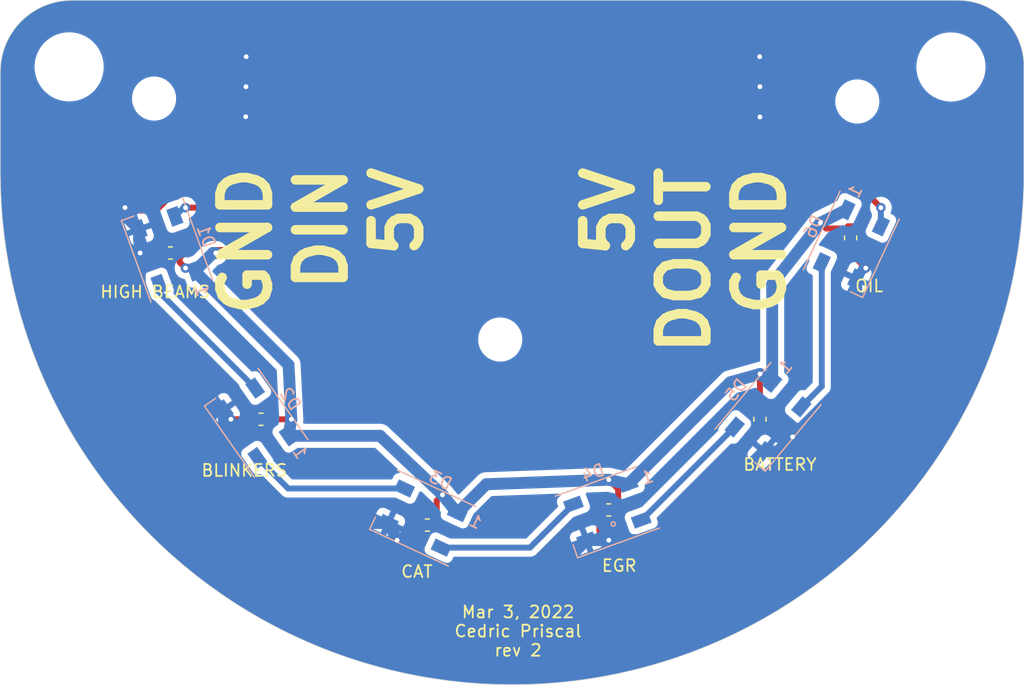
<source format=kicad_pcb>
(kicad_pcb (version 20221018) (generator pcbnew)
  (layers (0 "F.Cu" signal) (31 "B.Cu" signal) (34 "B.Paste" user) (35 "F.Paste" user) (36 "B.SilkS" user "B.Silkscreen") (37 "F.SilkS" user "F.Silkscreen") (38 "B.Mask" user) (39 "F.Mask" user) (44 "Edge.Cuts" user))
  (net 0 "")
  (net 1 "GND")
  (net 2 "Net-(D1-Pad2)")
  (net 3 "Net-(D1-Pad4)")
  (net 4 "Net-(D2-Pad2)")
  (net 5 "Net-(D3-Pad2)")
  (net 6 "Net-(D4-Pad2)")
  (net 7 "Net-(D5-Pad2)")
  (net 8 "Net-(D6-Pad2)")
  (net 9 "+5V")
  (footprint "MountingHole:MountingHole_5.3mm_M5" (layer "F.Cu") (at 118.184933 75.190686 2.7)
    (fp_text reference "H1" hide)
    (fp_text value "MountingHole")
    (pad "" np_thru_hole circle (at 0 0 2.7) (size 5.3 5.3) (drill 5.3) (layers "*.Cu" "*.Mask"))
  )
  (footprint "MountingHole:MountingHole_5.3mm_M5" (layer "F.Cu") (at 192.267656 75.200924 2.7)
    (fp_text reference "H3" hide)
    (fp_text value "MountingHole")
    (pad "" np_thru_hole circle (at 0 0 2.7) (size 5.3 5.3) (drill 5.3) (layers "*.Cu" "*.Mask"))
  )
  (footprint "MountingHole:MountingHole_3.2mm_M3" (layer "F.Cu") (at 125.318481 77.857611 2.7)
    (fp_text reference "H4" hide)
    (fp_text value "MountingHole")
    (pad "" np_thru_hole circle (at 0 0 2.7) (size 3.2 3.2) (drill 3.2) (layers "*.Cu" "*.Mask"))
  )
  (footprint "MountingHole:MountingHole_3.2mm_M3" (layer "F.Cu") (at 184.4 78.1 2.7)
    (fp_text reference "H5" hide)
    (fp_text value "MountingHole")
    (pad "" np_thru_hole circle (at 0 0 2.7) (size 3.2 3.2) (drill 3.2) (layers "*.Cu" "*.Mask"))
  )
  (footprint "Connector_Wire:SolderWirePad_1x01_SMD_5x10mm" (layer "F.Cu") (at 145.74 76.86)
    (fp_text reference "J1" hide)
    (fp_text value "Conn_01x01")
    (pad "1" smd rect (at 0 0) (size 5 10) (layers "F.Cu" "F.Paste" "F.Mask") (net 9 "+5V"))
  )
  (footprint "MountingHole:MountingHole_3.2mm_M3" (layer "F.Cu") (at 154.4 98.1 2.7)
    (fp_text reference "H2" hide)
    (fp_text value "MountingHole")
    (pad "" np_thru_hole circle (at 0 0 2.7) (size 3.2 3.2) (drill 3.2) (layers "*.Cu" "*.Mask"))
  )
  (footprint "Connector_Wire:SolderWirePad_1x01_SMD_5x10mm" (layer "F.Cu") (at 163.52 76.86)
    (fp_text reference "J2" hide)
    (fp_text value "Conn_01x01")
    (pad "1" smd rect (at 0 0) (size 5 10) (layers "F.Cu" "F.Paste" "F.Mask") (net 9 "+5V"))
  )
  (footprint "Connector_Wire:SolderWirePad_1x01_SMD_5x10mm" (layer "F.Cu") (at 139.39 76.86)
    (fp_text reference "J3" hide)
    (fp_text value "Conn_01x01")
    (pad "1" smd rect (at 0 0) (size 5 10) (layers "F.Cu" "F.Paste" "F.Mask") (net 3 "Net-(D1-Pad4)"))
  )
  (footprint "Connector_Wire:SolderWirePad_1x01_SMD_5x10mm" (layer "F.Cu") (at 169.87 76.86)
    (fp_text reference "J4" hide)
    (fp_text value "Conn_01x01")
    (pad "1" smd rect (at 0 0) (size 5 10) (layers "F.Cu" "F.Paste" "F.Mask") (net 8 "Net-(D6-Pad2)"))
  )
  (footprint "Connector_Wire:SolderWirePad_1x01_SMD_5x10mm" (layer "F.Cu") (at 133.04 76.86)
    (fp_text reference "J5" hide)
    (fp_text value "Conn_01x01")
    (pad "1" smd rect (at 0 0) (size 5 10) (layers "F.Cu" "F.Paste" "F.Mask") (net 1 "GND"))
  )
  (footprint "Connector_Wire:SolderWirePad_1x01_SMD_5x10mm" (layer "F.Cu") (at 176.22 76.86)
    (fp_text reference "J6" hide)
    (fp_text value "Conn_01x01")
    (pad "1" smd rect (at 0 0) (size 5 10) (layers "F.Cu" "F.Paste" "F.Mask") (net 1 "GND"))
  )
  (footprint "Capacitor_SMD:C_0603_1608Metric" (layer "F.Cu") (at 126.69 90.83 180)
    (fp_text reference "C1" hide)
    (fp_text value "C")
    (fp_line (start -0.162779 -0.51) (end 0.162779 -0.51) (stroke (width 0.12)) (layer "F.SilkS"))
    (fp_line (start -0.162779 0.51) (end 0.162779 0.51) (stroke (width 0.12)) (layer "F.SilkS"))
    (pad "1" smd roundrect (at -0.7875 0 180) (size 0.875 0.95) (layers "F.Cu" "F.Paste" "F.Mask") (net 9 "+5V"))
    (pad "2" smd roundrect (at 0.7875 0 180) (size 0.875 0.95) (layers "F.Cu" "F.Paste" "F.Mask") (net 1 "GND"))
  )
  (footprint "Capacitor_SMD:C_0603_1608Metric" (layer "F.Cu") (at 134.31 104.8 180)
    (fp_text reference "C2" hide)
    (fp_text value "C")
    (fp_line (start -0.162779 -0.51) (end 0.162779 -0.51) (stroke (width 0.12)) (layer "F.SilkS"))
    (fp_line (start -0.162779 0.51) (end 0.162779 0.51) (stroke (width 0.12)) (layer "F.SilkS"))
    (pad "1" smd roundrect (at -0.7875 0 180) (size 0.875 0.95) (layers "F.Cu" "F.Paste" "F.Mask") (net 9 "+5V"))
    (pad "2" smd roundrect (at 0.7875 0 180) (size 0.875 0.95) (layers "F.Cu" "F.Paste" "F.Mask") (net 1 "GND"))
  )
  (footprint "Capacitor_SMD:C_0603_1608Metric" (layer "F.Cu") (at 148.28 113.69 180)
    (fp_text reference "C3" hide)
    (fp_text value "C")
    (fp_line (start -0.162779 -0.51) (end 0.162779 -0.51) (stroke (width 0.12)) (layer "F.SilkS"))
    (fp_line (start -0.162779 0.51) (end 0.162779 0.51) (stroke (width 0.12)) (layer "F.SilkS"))
    (pad "1" smd roundrect (at -0.7875 0 180) (size 0.875 0.95) (layers "F.Cu" "F.Paste" "F.Mask") (net 9 "+5V"))
    (pad "2" smd roundrect (at 0.7875 0 180) (size 0.875 0.95) (layers "F.Cu" "F.Paste" "F.Mask") (net 1 "GND"))
  )
  (footprint "Capacitor_SMD:C_0603_1608Metric" (layer "F.Cu") (at 163.52 112.42 180)
    (fp_text reference "C4" hide)
    (fp_text value "C")
    (fp_line (start -0.162779 -0.51) (end 0.162779 -0.51) (stroke (width 0.12)) (layer "F.SilkS"))
    (fp_line (start -0.162779 0.51) (end 0.162779 0.51) (stroke (width 0.12)) (layer "F.SilkS"))
    (pad "1" smd roundrect (at -0.7875 0 180) (size 0.875 0.95) (layers "F.Cu" "F.Paste" "F.Mask") (net 9 "+5V"))
    (pad "2" smd roundrect (at 0.7875 0 180) (size 0.875 0.95) (layers "F.Cu" "F.Paste" "F.Mask") (net 1 "GND"))
  )
  (footprint "Capacitor_SMD:C_0603_1608Metric" (layer "F.Cu") (at 176.22 104.8 -90)
    (fp_text reference "C5" hide)
    (fp_text value "C")
    (fp_line (start -0.162779 -0.51) (end 0.162779 -0.51) (stroke (width 0.12)) (layer "F.SilkS"))
    (fp_line (start -0.162779 0.51) (end 0.162779 0.51) (stroke (width 0.12)) (layer "F.SilkS"))
    (pad "1" smd roundrect (at -0.7875 0 270) (size 0.875 0.95) (layers "F.Cu" "F.Paste" "F.Mask") (net 9 "+5V"))
    (pad "2" smd roundrect (at 0.7875 0 270) (size 0.875 0.95) (layers "F.Cu" "F.Paste" "F.Mask") (net 1 "GND"))
  )
  (footprint "Capacitor_SMD:C_0603_1608Metric" (layer "F.Cu") (at 183.84 89.56 -90)
    (fp_text reference "C6" hide)
    (fp_text value "C")
    (fp_line (start -0.162779 -0.51) (end 0.162779 -0.51) (stroke (width 0.12)) (layer "F.SilkS"))
    (fp_line (start -0.162779 0.51) (end 0.162779 0.51) (stroke (width 0.12)) (layer "F.SilkS"))
    (pad "1" smd roundrect (at -0.7875 0 270) (size 0.875 0.95) (layers "F.Cu" "F.Paste" "F.Mask") (net 9 "+5V"))
    (pad "2" smd roundrect (at 0.7875 0 270) (size 0.875 0.95) (layers "F.Cu" "F.Paste" "F.Mask") (net 1 "GND"))
  )
  (footprint "LED_SMD:LED_WS2812B_PLCC4_5.0x5.0mm_P3.2mm" (layer "B.Cu") (at 133.9 105.1 125)
    (fp_text reference "D2" (at 0 3.5 125) (layer "B.SilkS") (effects (justify mirror)))
    (fp_text value "WS2812B")
    (fp_text user "1" (at -4.15 1.6 125) (layer "B.SilkS") (effects (justify mirror)))
    (fp_line (start -3.65 -2.75) (end 3.65 -2.75) (stroke (width 0.12)) (layer "B.SilkS"))
    (fp_line (start -3.65 2.75) (end 3.65 2.75) (stroke (width 0.12)) (layer "B.SilkS"))
    (fp_line (start 3.65 -2.75) (end 3.65 -1.6) (stroke (width 0.12)) (layer "B.SilkS"))
    (pad "1" smd rect (at -2.45 1.6 125) (size 1.5 1) (layers "B.Cu" "B.Paste" "B.Mask") (net 9 "+5V"))
    (pad "2" smd rect (at -2.45 -1.6 125) (size 1.5 1) (layers "B.Cu" "B.Paste" "B.Mask") (net 4 "Net-(D2-Pad2)"))
    (pad "3" smd rect (at 2.45 -1.6 125) (size 1.5 1) (layers "B.Cu" "B.Paste" "B.Mask") (net 1 "GND"))
    (pad "4" smd rect (at 2.45 1.6 125) (size 1.5 1) (layers "B.Cu" "B.Paste" "B.Mask") (net 2 "Net-(D1-Pad2)"))
  )
  (footprint "LED_SMD:LED_WS2812B_PLCC4_5.0x5.0mm_P3.2mm" (layer "B.Cu") (at 147.9 113.1 155)
    (fp_text reference "D3" (at 0 3.5 155) (layer "B.SilkS") (effects (justify mirror)))
    (fp_text value "WS2812B")
    (fp_text user "1" (at -4.15 1.6 155) (layer "B.SilkS") (effects (justify mirror)))
    (fp_line (start -3.65 -2.75) (end 3.65 -2.75) (stroke (width 0.12)) (layer "B.SilkS"))
    (fp_line (start -3.65 2.75) (end 3.65 2.75) (stroke (width 0.12)) (layer "B.SilkS"))
    (fp_line (start 3.65 -2.75) (end 3.65 -1.6) (stroke (width 0.12)) (layer "B.SilkS"))
    (pad "1" smd rect (at -2.45 1.6 155) (size 1.5 1) (layers "B.Cu" "B.Paste" "B.Mask") (net 9 "+5V"))
    (pad "2" smd rect (at -2.45 -1.6 155) (size 1.5 1) (layers "B.Cu" "B.Paste" "B.Mask") (net 5 "Net-(D3-Pad2)"))
    (pad "3" smd rect (at 2.45 -1.6 155) (size 1.5 1) (layers "B.Cu" "B.Paste" "B.Mask") (net 1 "GND"))
    (pad "4" smd rect (at 2.45 1.6 155) (size 1.5 1) (layers "B.Cu" "B.Paste" "B.Mask") (net 4 "Net-(D2-Pad2)"))
  )
  (footprint "LED_SMD:LED_WS2812B_PLCC4_5.0x5.0mm_P3.2mm" (layer "B.Cu") (at 163.4 112.6 -160)
    (fp_text reference "D4" (at 0 3.5 20) (layer "B.SilkS") (effects (justify mirror)))
    (fp_text value "WS2812B")
    (fp_text user "1" (at -4.15 1.6 20) (layer "B.SilkS") (effects (justify mirror)))
    (fp_line (start -3.65 -2.75) (end 3.65 -2.75) (stroke (width 0.12)) (layer "B.SilkS"))
    (fp_line (start -3.65 2.75) (end 3.65 2.75) (stroke (width 0.12)) (layer "B.SilkS"))
    (fp_line (start 3.65 -2.75) (end 3.65 -1.6) (stroke (width 0.12)) (layer "B.SilkS"))
    (pad "1" smd rect (at -2.45 1.6 200) (size 1.5 1) (layers "B.Cu" "B.Paste" "B.Mask") (net 9 "+5V"))
    (pad "2" smd rect (at -2.45 -1.6 200) (size 1.5 1) (layers "B.Cu" "B.Paste" "B.Mask") (net 6 "Net-(D4-Pad2)"))
    (pad "3" smd rect (at 2.45 -1.6 200) (size 1.5 1) (layers "B.Cu" "B.Paste" "B.Mask") (net 1 "GND"))
    (pad "4" smd rect (at 2.45 1.6 200) (size 1.5 1) (layers "B.Cu" "B.Paste" "B.Mask") (net 5 "Net-(D3-Pad2)"))
  )
  (footprint "LED_SMD:LED_WS2812B_PLCC4_5.0x5.0mm_P3.2mm" (layer "B.Cu") (at 176.9 104.6 -130)
    (fp_text reference "D5" (at 0 3.5 50) (layer "B.SilkS") (effects (justify mirror)))
    (fp_text value "WS2812B")
    (fp_text user "1" (at -4.15 1.6 50) (layer "B.SilkS") (effects (justify mirror)))
    (fp_line (start -3.65 -2.75) (end 3.65 -2.75) (stroke (width 0.12)) (layer "B.SilkS"))
    (fp_line (start -3.65 2.75) (end 3.65 2.75) (stroke (width 0.12)) (layer "B.SilkS"))
    (fp_line (start 3.65 -2.75) (end 3.65 -1.6) (stroke (width 0.12)) (layer "B.SilkS"))
    (pad "1" smd rect (at -2.45 1.6 230) (size 1.5 1) (layers "B.Cu" "B.Paste" "B.Mask") (net 9 "+5V"))
    (pad "2" smd rect (at -2.45 -1.6 230) (size 1.5 1) (layers "B.Cu" "B.Paste" "B.Mask") (net 7 "Net-(D5-Pad2)"))
    (pad "3" smd rect (at 2.45 -1.6 230) (size 1.5 1) (layers "B.Cu" "B.Paste" "B.Mask") (net 1 "GND"))
    (pad "4" smd rect (at 2.45 1.6 230) (size 1.5 1) (layers "B.Cu" "B.Paste" "B.Mask") (net 6 "Net-(D4-Pad2)"))
  )
  (footprint "LED_SMD:LED_WS2812B_PLCC4_5.0x5.0mm_P3.2mm" (layer "B.Cu") (at 183.9 90.1 -115)
    (fp_text reference "D6" (at 0 3.5 65) (layer "B.SilkS") (effects (justify mirror)))
    (fp_text value "WS2812B")
    (fp_text user "1" (at -4.15 1.6 65) (layer "B.SilkS") (effects (justify mirror)))
    (fp_line (start -3.65 -2.75) (end 3.65 -2.75) (stroke (width 0.12)) (layer "B.SilkS"))
    (fp_line (start -3.65 2.75) (end 3.65 2.75) (stroke (width 0.12)) (layer "B.SilkS"))
    (fp_line (start 3.65 -2.75) (end 3.65 -1.6) (stroke (width 0.12)) (layer "B.SilkS"))
    (pad "1" smd rect (at -2.45 1.6 245) (size 1.5 1) (layers "B.Cu" "B.Paste" "B.Mask") (net 9 "+5V"))
    (pad "2" smd rect (at -2.45 -1.6 245) (size 1.5 1) (layers "B.Cu" "B.Paste" "B.Mask") (net 8 "Net-(D6-Pad2)"))
    (pad "3" smd rect (at 2.45 -1.6 245) (size 1.5 1) (layers "B.Cu" "B.Paste" "B.Mask") (net 1 "GND"))
    (pad "4" smd rect (at 2.45 1.6 245) (size 1.5 1) (layers "B.Cu" "B.Paste" "B.Mask") (net 7 "Net-(D5-Pad2)"))
  )
  (footprint "LED_SMD:LED_WS2812B_PLCC4_5.0x5.0mm_P3.2mm" (layer "B.Cu") (at 126.4 90.6 110)
    (fp_text reference "D1" (at 0 3.5 110) (layer "B.SilkS") (effects (justify mirror)))
    (fp_text value "WS2812B")
    (fp_text user "1" (at -4.15 1.6 110) (layer "B.SilkS") (effects (justify mirror)))
    (fp_line (start -3.65 -2.75) (end 3.65 -2.75) (stroke (width 0.12)) (layer "B.SilkS"))
    (fp_line (start -3.65 2.75) (end 3.65 2.75) (stroke (width 0.12)) (layer "B.SilkS"))
    (fp_line (start 3.65 -2.75) (end 3.65 -1.6) (stroke (width 0.12)) (layer "B.SilkS"))
    (pad "1" smd rect (at -2.45 1.6 110) (size 1.5 1) (layers "B.Cu" "B.Paste" "B.Mask") (net 9 "+5V"))
    (pad "2" smd rect (at -2.45 -1.6 110) (size 1.5 1) (layers "B.Cu" "B.Paste" "B.Mask") (net 2 "Net-(D1-Pad2)"))
    (pad "3" smd rect (at 2.45 -1.6 110) (size 1.5 1) (layers "B.Cu" "B.Paste" "B.Mask") (net 1 "GND"))
    (pad "4" smd rect (at 2.45 1.6 110) (size 1.5 1) (layers "B.Cu" "B.Paste" "B.Mask") (net 3 "Net-(D1-Pad4)"))
  )
  (gr_circle (center 163.9 113.6) (end 163.762527 113.708781) (stroke (width 0.12)) (fill none) (layer "B.SilkS"))
  (gr_arc (start 192.899999 69.599997) (mid 196.789089 71.21091) (end 198.400003 75.1) (stroke (width 0.05)) (layer "Edge.Cuts"))
  (gr_line (start 112.4 84.1) (end 112.4 75.6) (stroke (width 0.05)) (layer "Edge.Cuts"))
  (gr_line (start 198.4 84.1) (end 198.400003 75.1) (stroke (width 0.05)) (layer "Edge.Cuts"))
  (gr_arc (start 198.4 84.1) (mid 155.4 127.1) (end 112.4 84.1) (stroke (width 0.05)) (layer "Edge.Cuts"))
  (gr_arc (start 112.4 75.6) (mid 114.157359 71.357359) (end 118.4 69.6) (stroke (width 0.05)) (layer "Edge.Cuts"))
  (gr_line (start 118.4 69.6) (end 192.9 69.6) (stroke (width 0.05)) (layer "Edge.Cuts"))
  (gr_text "5V" (at 145.74 83.21 90) (layer "F.SilkS") (effects (font (size 4 4) (thickness 0.8)) (justify right)))
  (gr_text "5V" (at 163.52 83.21 90) (layer "F.SilkS") (effects (font (size 4 4) (thickness 0.8)) (justify right)))
  (gr_text "DOUT" (at 169.87 83.21 90) (layer "F.SilkS") (effects (font (size 4 4) (thickness 0.8)) (justify right)))
  (gr_text "GND" (at 176.22 83.21 90) (layer "F.SilkS") (effects (font (size 4 4) (thickness 0.8)) (justify right)))
  (gr_text "DIN" (at 139.39 83.21 90) (layer "F.SilkS") (effects (font (size 4 4) (thickness 0.8)) (justify right)))
  (gr_text "EGR" (at 164.4 117.1) (layer "F.SilkS") (effects (font (size 1 1))))
  (gr_text "CAT" (at 147.4 117.6) (layer "F.SilkS") (effects (font (size 1 1))))
  (gr_text "BATTERY" (at 177.9 108.6) (layer "F.SilkS") (effects (font (size 1 1))))
  (gr_text "Mar 3, 2022\nCedric Priscal\nrev 2" (at 155.9 122.6) (layer "F.SilkS") (effects (font (size 1 1))))
  (gr_text "HIGH BEAMS" (at 125.4 94.1) (layer "F.SilkS") (effects (font (size 1 1))))
  (gr_text "BLINKERS" (at 132.9 109.1) (layer "F.SilkS") (effects (font (size 1 1))))
  (gr_text "GND" (at 133.04 83.21 90) (layer "F.SilkS") (effects (font (size 4 4) (thickness 0.8)) (justify right)))
  (gr_text "OIL" (at 185.4 93.6) (layer "F.SilkS") (effects (font (size 1 1))))
  (segment (start 176.2 74.34) (end 176.22 74.36) (width 1) (layer "F.Cu") (net 1))
  (segment (start 176.22 76.86) (end 176.22 76.86) (width 1) (layer "F.Cu") (net 1))
  (segment (start 133.06 74.34) (end 136.54 70.86) (width 1) (layer "F.Cu") (net 1))
  (segment (start 133.04 76.86) (end 133.04 74.36) (width 1) (layer "F.Cu") (net 1))
  (segment (start 133.02 79.38) (end 125.38 87.02) (width 1) (layer "F.Cu") (net 1))
  (segment (start 176.22 74.36) (end 176.22 76.86) (width 1) (layer "F.Cu") (net 1))
  (segment (start 176.22 105.5875) (end 178.2775 105.5875) (width 0.5) (layer "F.Cu") (net 1))
  (segment (start 162.7325 114.1725) (end 163.52 114.96) (width 0.5) (layer "F.Cu") (net 1))
  (segment (start 183.84 90.3475) (end 183.84 90.83) (width 0.5) (layer "F.Cu") (net 1))
  (segment (start 147.4925 113.69) (end 147.01 113.69) (width 0.5) (layer "F.Cu") (net 1))
  (segment (start 133.04 74.36) (end 133.06 74.34) (width 1) (layer "F.Cu") (net 1))
  (segment (start 183.84 90.83) (end 185.11 92.1) (width 0.5) (layer "F.Cu") (net 1))
  (segment (start 178.2775 105.5875) (end 178.964488 106.274488) (width 0.5) (layer "F.Cu") (net 1))
  (segment (start 125.9025 90.83) (end 124.15 90.83) (width 0.5) (layer "F.Cu") (net 1))
  (segment (start 136.54 70.86) (end 172.72 70.86) (width 1) (layer "F.Cu") (net 1))
  (segment (start 125.38 87.02) (end 122.88 87.02) (width 1) (layer "F.Cu") (net 1))
  (segment (start 133.04 76.86) (end 133.04 79.36) (width 1) (layer "F.Cu") (net 1))
  (segment (start 147.01 113.69) (end 145.74 114.96) (width 0.5) (layer "F.Cu") (net 1))
  (segment (start 133.5225 104.8) (end 131.77 104.8) (width 0.5) (layer "F.Cu") (net 1))
  (segment (start 133.04 79.36) (end 133.02 79.38) (width 1) (layer "F.Cu") (net 1))
  (segment (start 172.72 70.86) (end 176.2 74.34) (width 1) (layer "F.Cu") (net 1))
  (segment (start 162.7325 112.42) (end 162.7325 114.1725) (width 0.5) (layer "F.Cu") (net 1))
  (segment (start 133.04 76.86) (end 133.04 76.86) (width 1) (layer "F.Cu") (net 1))
  (via (at 176.22 76.86) (size 0.8) (drill 0.4) (layers "F.Cu" "B.Cu") (net 1))
  (via (at 122.88 87.02) (size 0.8) (drill 0.4) (layers "F.Cu" "B.Cu") (net 1))
  (via (at 133.04 76.86) (size 0.8) (drill 0.4) (layers "F.Cu" "B.Cu") (net 1))
  (via (at 185.11 92.1) (size 0.8) (drill 0.4) (layers "F.Cu" "B.Cu") (net 1))
  (via (at 133.02 79.38) (size 0.8) (drill 0.4) (layers "F.Cu" "B.Cu") (net 1))
  (via (at 176.2 74.34) (size 0.8) (drill 0.4) (layers "F.Cu" "B.Cu") (net 1))
  (via (at 145.74 114.96) (size 0.8) (drill 0.4) (layers "F.Cu" "B.Cu") (net 1))
  (via (at 131.77 104.8) (size 0.8) (drill 0.4) (layers "F.Cu" "B.Cu") (net 1))
  (via (at 176.22 79.4) (size 0.8) (drill 0.4) (layers "F.Cu" "B.Cu") (net 1))
  (via (at 133.06 74.34) (size 0.8) (drill 0.4) (layers "F.Cu" "B.Cu") (net 1))
  (via (at 124.15 90.83) (size 0.8) (drill 0.4) (layers "F.Cu" "B.Cu") (net 1))
  (via (at 163.52 114.96) (size 0.8) (drill 0.4) (layers "F.Cu" "B.Cu") (net 1))
  (via (at 178.964488 106.274488) (size 0.8) (drill 0.4) (layers "F.Cu" "B.Cu") (net 1))
  (segment (start 178.964488 106.274488) (end 177.733707 107.505269) (width 1) (layer "B.Cu") (net 1))
  (segment (start 124.058542 89.643118) (end 124.058542 88.844985) (width 1) (layer "B.Cu") (net 1))
  (segment (start 184.314678 100.924298) (end 178.964488 106.274488) (width 1) (layer "B.Cu") (net 1))
  (segment (start 184.314678 92.996643) (end 184.314678 100.924298) (width 1) (layer "B.Cu") (net 1))
  (segment (start 185.11 92.1) (end 185.11 92.201321) (width 0.5) (layer "B.Cu") (net 1))
  (segment (start 122.88 87.666443) (end 124.058542 88.844985) (width 1) (layer "B.Cu") (net 1))
  (segment (start 124.058542 97.495634) (end 124.15 90.83) (width 1) (layer "B.Cu") (net 1))
  (segment (start 145.74 114.96) (end 145.003357 113.514678) (width 1) (layer "B.Cu") (net 1))
  (segment (start 161.644985 114.941458) (end 159.086443 117.5) (width 1) (layer "B.Cu") (net 1))
  (segment (start 163.52 114.96) (end 161.644985 114.941458) (width 1) (layer "B.Cu") (net 1))
  (segment (start 136.674678 113.514678) (end 131.184094 108.024094) (width 1) (layer "B.Cu") (net 1))
  (segment (start 176.550841 107.505269) (end 169.114652 114.941458) (width 1) (layer "B.Cu") (net 1))
  (segment (start 148.988679 117.5) (end 145.74 114.96) (width 1) (layer "B.Cu") (net 1))
  (segment (start 185.11 92.201321) (end 184.314678 92.996643) (width 0.5) (layer "B.Cu") (net 1))
  (segment (start 177.733707 107.505269) (end 177.203544 107.505269) (width 1) (layer "B.Cu") (net 1))
  (segment (start 131.184094 108.024094) (end 131.184094 104.0108) (width 1) (layer "B.Cu") (net 1))
  (segment (start 131.77 104.8) (end 131.77 104.596706) (width 0.5) (layer "B.Cu") (net 1))
  (segment (start 124.15 90.83) (end 124.058542 89.643118) (width 1) (layer "B.Cu") (net 1))
  (segment (start 122.88 87.02) (end 122.88 87.666443) (width 1) (layer "B.Cu") (net 1))
  (segment (start 169.114652 114.941458) (end 163.52 114.96) (width 1) (layer "B.Cu") (net 1))
  (segment (start 159.086443 117.5) (end 148.988679 117.5) (width 1) (layer "B.Cu") (net 1))
  (segment (start 177.203544 107.505269) (end 176.550841 107.505269) (width 1) (layer "B.Cu") (net 1))
  (segment (start 131.184094 104.0108) (end 130.573708 104.0108) (width 1) (layer "B.Cu") (net 1))
  (segment (start 130.573708 104.0108) (end 124.058542 97.495634) (width 1) (layer "B.Cu") (net 1))
  (segment (start 145.003357 113.514678) (end 136.674678 113.514678) (width 1) (layer "B.Cu") (net 1))
  (segment (start 131.77 104.596706) (end 131.184094 104.0108) (width 0.5) (layer "B.Cu") (net 1))
  (segment (start 125.734441 94.104415) (end 125.734441 93.449479) (width 0.5) (layer "B.Cu") (net 2))
  (segment (start 133.805381 102.175355) (end 125.734441 94.104415) (width 0.5) (layer "B.Cu") (net 2))
  (segment (start 139.39 76.86) (end 139.39 82.36) (width 0.5) (layer "F.Cu") (net 3))
  (segment (start 134.73 87.02) (end 127.96 87.02) (width 0.5) (layer "F.Cu") (net 3))
  (segment (start 139.39 82.36) (end 134.73 87.02) (width 0.5) (layer "F.Cu") (net 3))
  (via (at 127.96 87.02) (size 0.8) (drill 0.4) (layers "F.Cu" "B.Cu") (net 3))
  (segment (start 127.79608 87.02) (end 127.065559 87.750521) (width 0.5) (layer "B.Cu") (net 3))
  (segment (start 127.96 87.02) (end 127.79608 87.02) (width 0.5) (layer "B.Cu") (net 3))
  (segment (start 136.584467 110.614493) (end 133.994619 108.024645) (width 0.5) (layer "B.Cu") (net 4))
  (segment (start 146.355735 110.614493) (end 136.584467 110.614493) (width 0.5) (layer "B.Cu") (net 4))
  (segment (start 160.550521 111.934441) (end 156.899455 115.585507) (width 0.5) (layer "B.Cu") (net 5))
  (segment (start 156.899455 115.585507) (end 149.444265 115.585507) (width 0.5) (layer "B.Cu") (net 5))
  (segment (start 166.282289 113.265559) (end 166.249479 113.265559) (width 0.5) (layer "B.Cu") (net 6))
  (segment (start 174.099499 105.448349) (end 166.282289 113.265559) (width 0.5) (layer "B.Cu") (net 6))
  (segment (start 181.414493 102.037659) (end 179.700501 103.751651) (width 0.5) (layer "B.Cu") (net 7))
  (segment (start 181.414493 91.644265) (end 181.414493 102.037659) (width 0.5) (layer "B.Cu") (net 7))
  (segment (start 169.87 82.36) (end 170.72 83.21) (width 0.5) (layer "F.Cu") (net 8))
  (segment (start 182.57 83.21) (end 186.38 87.02) (width 0.5) (layer "F.Cu") (net 8))
  (segment (start 170.72 83.21) (end 182.57 83.21) (width 0.5) (layer "F.Cu") (net 8))
  (segment (start 169.87 76.86) (end 169.87 82.36) (width 0.5) (layer "F.Cu") (net 8))
  (via (at 186.38 87.02) (size 0.8) (drill 0.4) (layers "F.Cu" "B.Cu") (net 8))
  (segment (start 186.38 88.550228) (end 186.385507 88.555735) (width 0.5) (layer "B.Cu") (net 8))
  (segment (start 186.38 87.02) (end 186.38 88.550228) (width 0.5) (layer "B.Cu") (net 8))
  (segment (start 163.52 76.86) (end 145.74 76.86) (width 1) (layer "F.Cu") (net 9))
  (segment (start 164.3075 110.6675) (end 163.52 109.88) (width 0.5) (layer "F.Cu") (net 9))
  (segment (start 137.77 90.83) (end 130.5 90.83) (width 1) (layer "F.Cu") (net 9))
  (segment (start 127.4775 91.6175) (end 127.96 92.1) (width 0.5) (layer "F.Cu") (net 9))
  (segment (start 183.84 88.7725) (end 181.7825 88.7725) (width 0.5) (layer "F.Cu") (net 9))
  (segment (start 135.0975 104.8) (end 136.85 104.8) (width 0.5) (layer "F.Cu") (net 9))
  (segment (start 145.74 82.86) (end 137.77 90.83) (width 1) (layer "F.Cu") (net 9))
  (segment (start 176.22 104.0125) (end 176.22 100.99) (width 0.5) (layer "F.Cu") (net 9))
  (segment (start 164.3075 112.42) (end 164.3075 110.6675) (width 0.5) (layer "F.Cu") (net 9))
  (segment (start 149.0675 111.6325) (end 149.55 111.15) (width 0.5) (layer "F.Cu") (net 9))
  (segment (start 127.4775 90.83) (end 127.4775 91.6175) (width 0.5) (layer "F.Cu") (net 9))
  (segment (start 149.0675 113.69) (end 149.0675 111.6325) (width 0.5) (layer "F.Cu") (net 9))
  (segment (start 181.7825 88.7725) (end 181.3 88.29) (width 0.5) (layer "F.Cu") (net 9))
  (segment (start 145.74 76.86) (end 145.74 82.86) (width 1) (layer "F.Cu") (net 9))
  (via (at 149.55 111.15) (size 0.8) (drill 0.4) (layers "F.Cu" "B.Cu") (net 9))
  (via (at 163.52 109.88) (size 0.8) (drill 0.4) (layers "F.Cu" "B.Cu") (net 9))
  (via (at 181.3 88.29) (size 0.8) (drill 0.4) (layers "F.Cu" "B.Cu") (net 9))
  (via (at 130.5 90.83) (size 0.8) (drill 0.4) (layers "F.Cu" "B.Cu") (net 9))
  (via (at 136.85 104.8) (size 0.8) (drill 0.4) (layers "F.Cu" "B.Cu") (net 9))
  (via (at 176.22 100.99) (size 0.8) (drill 0.4) (layers "F.Cu" "B.Cu") (net 9))
  (via (at 127.96 92.1) (size 0.8) (drill 0.4) (layers "F.Cu" "B.Cu") (net 9))
  (segment (start 153.223423 110.258542) (end 150.796643 112.685322) (width 1) (layer "B.Cu") (net 9))
  (segment (start 163.52 109.88) (end 153.223423 110.258542) (width 1) (layer "B.Cu") (net 9))
  (segment (start 136.615906 100.229463) (end 128.741458 92.355015) (width 1) (layer "B.Cu") (net 9))
  (segment (start 130.266473 90.83) (end 128.741458 92.355015) (width 1) (layer "B.Cu") (net 9))
  (segment (start 173.718826 101.694731) (end 165.155015 110.258542) (width 1) (layer "B.Cu") (net 9))
  (segment (start 136.615906 106.1892) (end 136.85 104.8) (width 1) (layer "B.Cu") (net 9))
  (segment (start 130.5 90.83) (end 130.266473 90.83) (width 1) (layer "B.Cu") (net 9))
  (segment (start 165.155015 110.258542) (end 163.52 109.88) (width 1) (layer "B.Cu") (net 9))
  (segment (start 183.485322 87.203357) (end 181.3 88.29) (width 1) (layer "B.Cu") (net 9))
  (segment (start 136.85 104.8) (end 136.615906 100.229463) (width 1) (layer "B.Cu") (net 9))
  (segment (start 177.249159 93.43952) (end 177.249159 101.694731) (width 1) (layer "B.Cu") (net 9))
  (segment (start 177.249159 101.694731) (end 176.22 100.99) (width 1) (layer "B.Cu") (net 9))
  (segment (start 128.486443 92.1) (end 128.741458 92.355015) (width 0.5) (layer "B.Cu") (net 9))
  (segment (start 144.300521 106.1892) (end 136.615906 106.1892) (width 1) (layer "B.Cu") (net 9))
  (segment (start 181.3 88.29) (end 177.249159 93.43952) (width 1) (layer "B.Cu") (net 9))
  (segment (start 150.796643 112.685322) (end 149.55 111.15) (width 1) (layer "B.Cu") (net 9))
  (segment (start 149.55 111.15) (end 144.300521 106.1892) (width 1) (layer "B.Cu") (net 9))
  (segment (start 176.22 100.99) (end 173.718826 101.694731) (width 1) (layer "B.Cu") (net 9))
  (segment (start 127.96 92.1) (end 128.486443 92.1) (width 0.5) (layer "B.Cu") (net 9))
  (zone (net 1) (net_name "GND") (layer "B.Cu") (connect_pads (clearance 0.508)) (min_thickness 0.254) (fill yes (thermal_gap 0.508) (thermal_bridge_width 0.508))
    (polygon (pts (xy 112.4 69.6) (xy 198.4 69.6) (xy 198.4 127.1) (xy 112.4 127.1)))
  )
)
</source>
